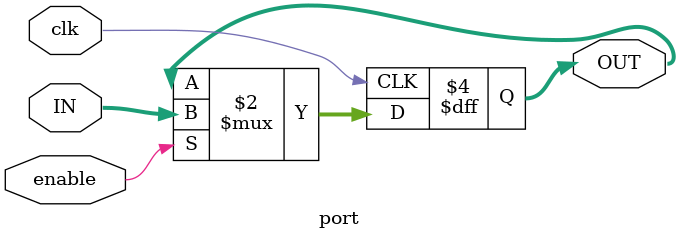
<source format=sv>

module top(input  logic       clk, resetE,
           input  logic [7:0] INport,
           output logic [7:0] OUTport);

  logic [31:0] WriteData, DataAdr; 
  logic        MemWrite, MemtoReg, PortSel;
  logic [31:0] PC, Instr, ReadData, MemData;
  logic [7:0] INData;
  
  logic reset;
  assign reset = ~resetE;
  // instantiate processor and memories
  arm arm(clk, reset, PC, Instr, MemWrite, MemtoReg, DataAdr, 
          WriteData, ReadData);
  imem imem(PC, Instr);
  dmem dmem(clk, MemWrite, DataAdr, WriteData, MemData);
  // instantiate i/O ports at 0x800 address
  cmp2 #(32) compare  (32'h800, DataAdr, PortSel);
  mux2 #(32) mem_portmux (MemData, {24'b0,INData}, PortSel, ReadData);
  port inport (clk, PortSel & MemtoReg, INport, INData);
  port outport (clk, PortSel & MemWrite, WriteData[7:0], OUTport);
endmodule

module dmem(input  logic        clk, we,
            input  logic [31:0] a, wd,
            output logic [31:0] rd);

  logic [31:0] RAM[63:0];
  
  initial
      $readmemh("E:\\Desktop\\Arquitectura-I-main\\dmem.dat",RAM);

  assign rd = RAM[a[31:2]]; // word aligned

  always_ff @(posedge clk)
    if (we) RAM[a[31:2]] <= wd;
endmodule

module imem(input  logic [31:0] a,
            output logic [31:0] rd);

  logic [31:0] RAM[255:0];

  initial
      $readmemh("E:\\Desktop\\Arquitectura-I-main\\imem.dat",RAM);

  assign rd = RAM[a[31:2]]; // word aligned
endmodule

module arm(input  logic        clk, reset,
           output logic [31:0] PC,
           input  logic [31:0] Instr,
           output logic        MemWrite, MemtoReg,
           output logic [31:0] ALUResult, WriteData,
           input  logic [31:0] ReadData);

  logic [3:0] ALUFlags;
  logic       RegWrite, 
              ALUSrc, PCSrc; // MemtoReg to output
  logic [1:0] RegSrc, ImmSrc, ALUControl;

  controller c(clk, reset, Instr[31:12], ALUFlags, 
               RegSrc, RegWrite, ImmSrc, 
               ALUSrc, ALUControl,
               MemWrite, MemtoReg, PCSrc);
  datapath dp(clk, reset, 
              RegSrc, RegWrite, ImmSrc,
              ALUSrc, ALUControl,
              MemtoReg, PCSrc,
              ALUFlags, PC, Instr,
              ALUResult, WriteData, ReadData);
endmodule

module controller(input  logic         clk, reset,
	              input  logic [31:12] Instr,
                  input  logic [3:0]   ALUFlags,
                  output logic [1:0]   RegSrc,
                  output logic         RegWrite,
                  output logic [1:0]   ImmSrc,
                  output logic         ALUSrc, 
                  output logic [1:0]   ALUControl,
                  output logic         MemWrite, MemtoReg,
                  output logic         PCSrc);

  logic [1:0] FlagW;
  logic       PCS, RegW, MemW;
  
  decode dec(Instr[27:26], Instr[25:20], Instr[15:12],
             FlagW, PCS, RegW, MemW,
             MemtoReg, ALUSrc, ImmSrc, RegSrc, ALUControl);
  condlogic cl(clk, reset, Instr[31:28], ALUFlags,
               FlagW, PCS, RegW, MemW,
               PCSrc, RegWrite, MemWrite);
endmodule

module decode(input  logic [1:0] Op,
              input  logic [5:0] Funct,
              input  logic [3:0] Rd,
              output logic [1:0] FlagW,
              output logic       PCS, RegW, MemW,
              output logic       MemtoReg, ALUSrc,
              output logic [1:0] ImmSrc, RegSrc, ALUControl);

  logic [9:0] controls;
  logic       Branch, ALUOp;

  // Main Decoder
  
  always_comb
  	casex(Op)
  	                        // Data processing immediate
  	  2'b00: if (Funct[5])  controls = 10'b0000101001; 
  	                        // Data processing register
  	         else           controls = 10'b0000001001; 
  	                        // LDR
  	  2'b01: if (Funct[0])  controls = 10'b0001111000; 
  	                        // STR
  	         else           controls = 10'b1001110100; 
  	                        // B
  	  2'b10:                controls = 10'b0110100010; 
  	                        // Unimplemented
  	  default:              controls = 10'bx;          
  	endcase

  assign {RegSrc, ImmSrc, ALUSrc, MemtoReg, 
          RegW, MemW, Branch, ALUOp} = controls; 
          
  // ALU Decoder             
  always_comb
    if (ALUOp) begin                 // which DP Instr?
      case(Funct[4:1]) 
  	    4'b0100: ALUControl = 2'b00; // ADD
  	    4'b0010: ALUControl = 2'b01; // SUB
       4'b0000: ALUControl = 2'b10; // AND
  	    4'b1100: ALUControl = 2'b11; // ORR
  	    default: ALUControl = 2'bx;  // unimplemented
      endcase
      // update flags if S bit is set 
	// (C & V only updated for arith instructions)
      FlagW[1]      = Funct[0]; // FlagW[1] = S-bit
	// FlagW[0] = S-bit & (ADD | SUB)
      FlagW[0]      = Funct[0] & 
        (ALUControl == 2'b00 | ALUControl == 2'b01); 
    end else begin
      ALUControl = 2'b00; // add for non-DP instructions
      FlagW      = 2'b00; // don't update Flags
    end
              
  // PC Logic
  assign PCS  = ((Rd == 4'b1111) & RegW) | Branch; 
endmodule

module condlogic(input  logic       clk, reset,
                 input  logic [3:0] Cond,
                 input  logic [3:0] ALUFlags,
                 input  logic [1:0] FlagW,
                 input  logic       PCS, RegW, MemW,
                 output logic       PCSrc, RegWrite, MemWrite);
                 
  logic [1:0] FlagWrite;
  logic [3:0] Flags;
  logic       CondEx;

  flopenr #(2)flagreg1(clk, reset, FlagWrite[1], 
                       ALUFlags[3:2], Flags[3:2]);
  flopenr #(2)flagreg0(clk, reset, FlagWrite[0], 
                       ALUFlags[1:0], Flags[1:0]);

  // write controls are conditional
  condcheck cc(Cond, Flags, CondEx);
  assign FlagWrite = FlagW & {2{CondEx}};
  assign RegWrite  = RegW  & CondEx;
  assign MemWrite  = MemW  & CondEx;
  assign PCSrc     = PCS   & CondEx;
endmodule    

module condcheck(input  logic [3:0] Cond,
                 input  logic [3:0] Flags,
                 output logic       CondEx);
  
  logic neg, zero, carry, overflow, ge;
  
  assign {neg, zero, carry, overflow} = Flags;
  assign ge = (neg == overflow);
                  
  always_comb
    case(Cond)
      4'b0000: CondEx = zero;             // EQ
      4'b0001: CondEx = ~zero;            // NE
      4'b0010: CondEx = carry;            // CS
      4'b0011: CondEx = ~carry;           // CC
      4'b0100: CondEx = neg;              // MI
      4'b0101: CondEx = ~neg;             // PL
      4'b0110: CondEx = overflow;         // VS
      4'b0111: CondEx = ~overflow;        // VC
      4'b1000: CondEx = carry & ~zero;    // HI
      4'b1001: CondEx = ~(carry & ~zero); // LS
      4'b1010: CondEx = ge;               // GE
      4'b1011: CondEx = ~ge;              // LT
      4'b1100: CondEx = ~zero & ge;       // GT
      4'b1101: CondEx = ~(~zero & ge);    // LE
      4'b1110: CondEx = 1'b1;             // Always
      default: CondEx = 1'bx;             // undefined
    endcase
endmodule

module datapath(input  logic        clk, reset,
                input  logic [1:0]  RegSrc,
                input  logic        RegWrite,
                input  logic [1:0]  ImmSrc,
                input  logic        ALUSrc,
                input  logic [1:0]  ALUControl,
                input  logic        MemtoReg,
                input  logic        PCSrc,
                output logic [3:0]  ALUFlags,
                output logic [31:0] PC,
                input  logic [31:0] Instr,
                output logic [31:0] ALUResult, WriteData,
                input  logic [31:0] ReadData);

  logic [31:0] PCNext, PCPlus4, PCPlus8;
  logic [31:0] ExtImm, SrcA, SrcB, Result;
  logic [3:0]  RA1, RA2;

  // next PC logic
  mux2 #(32)  pcmux(PCPlus4, Result, PCSrc, PCNext);
  flopr #(32) pcreg(clk, reset, PCNext, PC);
  adder #(32) pcadd1(PC, 32'b100, PCPlus4);
  adder #(32) pcadd2(PCPlus4, 32'b100, PCPlus8);

  // register file logic
  mux2 #(4)   ra1mux(Instr[19:16], 4'b1111, RegSrc[0], RA1);
  mux2 #(4)   ra2mux(Instr[3:0], Instr[15:12], RegSrc[1], RA2);
  regfile     rf(clk, RegWrite, RA1, RA2,
                 Instr[15:12], Result, PCPlus8, 
                 SrcA, WriteData); 
  mux2 #(32)  resmux(ALUResult, ReadData, MemtoReg, Result);
  extend      ext(Instr[23:0], ImmSrc, ExtImm);

  // ALU logic
  mux2 #(32)  srcbmux(WriteData, ExtImm, ALUSrc, SrcB);
  alu         alu(SrcA, SrcB, ALUControl, 
                  ALUResult, ALUFlags);
endmodule

module regfile(input  logic        clk, 
               input  logic        we3, 
               input  logic [3:0]  ra1, ra2, wa3, 
               input  logic [31:0] wd3, r15,
               output logic [31:0] rd1, rd2);

  logic [31:0] rf[14:0];

  // three ported register file
  // read two ports combinationally
  // write third port on rising edge of clock
  // register 15 reads PC+8 instead

  always_ff @(posedge clk)
    if (we3) rf[wa3] <= wd3;	

  assign rd1 = (ra1 == 4'b1111) ? r15 : rf[ra1];
  assign rd2 = (ra2 == 4'b1111) ? r15 : rf[ra2];
endmodule

module extend(input  logic [23:0] Instr,
              input  logic [1:0]  ImmSrc,
              output logic [31:0] ExtImm);
 
  always_comb
    case(ImmSrc) 
               // 8-bit unsigned immediate
      2'b00:   ExtImm = {24'b0, Instr[7:0]};  
               // 12-bit unsigned immediate 
      2'b01:   ExtImm = {20'b0, Instr[11:0]}; 
               // 24-bit two's complement shifted branch 
      2'b10:   ExtImm = {{6{Instr[23]}}, Instr[23:0], 2'b00}; 
      default: ExtImm = 32'bx; // undefined
    endcase             
endmodule

module alu(input logic [31:0] SrcA, SrcB,
           input logic [1:0] ALUControl,
           output logic [31:0] ALUResult,
           output logic [3:0] ALUFlags);

  logic neg, zero, carry, overflow, aux;
  logic [31:0] condinvb;
  logic [31:0] sum;
  
  assign condinvb = ALUControl[0] ? ~SrcB : SrcB;
  assign {aux,sum} = SrcA + condinvb + ALUControl[0];
  
  always_comb
    casex (ALUControl[1:0])
      2'b0?: ALUResult = sum;
      2'b10: ALUResult = SrcA & SrcB;
      2'b11: ALUResult = SrcA | SrcB;
    endcase

  assign neg = ALUResult[31];
  assign zero = (ALUResult == 32'b0);
  assign carry = (ALUControl[1] == 1'b0) & aux;
  assign overflow = (ALUControl[1] == 1'b0) &
                    ~(SrcA[31] ^ SrcB[31] ^ ALUControl[0]) &
                    (SrcA[31] ^ sum[31]);
  assign ALUFlags = {neg, zero, carry, overflow};
endmodule

module adder #(parameter WIDTH=8)
              (input  logic [WIDTH-1:0] a, b,
               output logic [WIDTH-1:0] y);
             
  assign y = a + b;
endmodule

module flopenr #(parameter WIDTH = 8)
                (input  logic             clk, reset, en,
                 input  logic [WIDTH-1:0] d, 
                 output logic [WIDTH-1:0] q);

  always_ff @(posedge clk, posedge reset)
    if (reset)   q <= 0;
    else if (en) q <= d;
endmodule

module flopr #(parameter WIDTH = 8)
              (input  logic             clk, reset,
               input  logic [WIDTH-1:0] d, 
               output logic [WIDTH-1:0] q);

  always_ff @(posedge clk, posedge reset)
    if (reset) q <= 0;
    else       q <= d;
endmodule

module mux2 #(parameter WIDTH = 8)
             (input  logic [WIDTH-1:0] d0, d1, 
              input  logic             s, 
              output logic [WIDTH-1:0] y);

  assign y = s ? d1 : d0; 
endmodule

module cmp2 #(parameter WIDTH = 8)
             (input  logic [WIDTH-1:0] d0, d1,
              output logic CMPresult);
   
   assign CMPresult = (d0==d1);
endmodule

module port #(parameter WIDTH = 8)
            (input  logic clk, enable,
             input  logic [WIDTH-1:0] IN,
             output logic [WIDTH-1:0] OUT);

  always_ff @(posedge clk)
    if (enable) OUT <= IN;
endmodule
</source>
